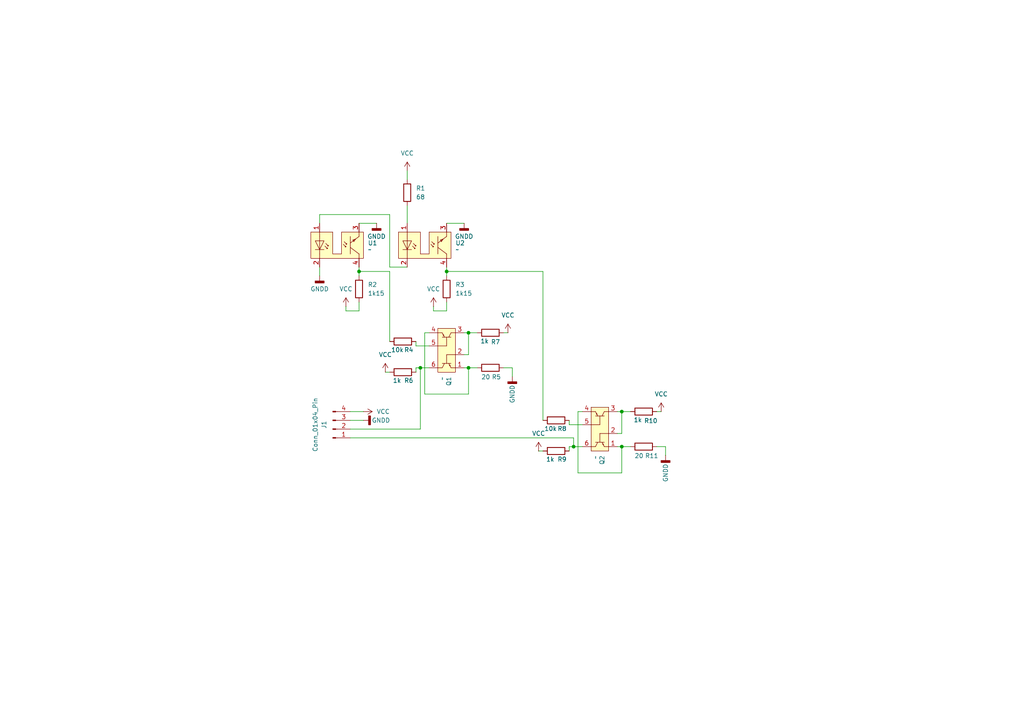
<source format=kicad_sch>
(kicad_sch (version 20250114) (generator "eeschema") (generator_version "9.0")
  (paper "A4")
  (lib_symbols
    (symbol "Connector:Conn_01x04_Pin" (pin_names (offset 1.016) (hide yes))
      (property "Reference" "J" (at 0 5.08 0))
      (property "Value" "Conn_01x04_Pin" (at 0 -7.62 0))
      (symbol "Conn_01x04_Pin_1_1"
        (rectangle (start 0.8636 2.667) (end 0 2.413) (stroke (width 0.1524)) (fill (type outline)))
        (rectangle (start 0.8636 0.127) (end 0 -0.127) (stroke (width 0.1524)) (fill (type outline)))
        (rectangle (start 0.8636 -2.413) (end 0 -2.667) (stroke (width 0.1524)) (fill (type outline)))
        (rectangle (start 0.8636 -4.953) (end 0 -5.207) (stroke (width 0.1524)) (fill (type outline)))
        (polyline (pts (xy 1.27 2.54) (xy 0.8636 2.54)) (stroke (width 0.1524)))
        (polyline (pts (xy 1.27 0) (xy 0.8636 0)) (stroke (width 0.1524)))
        (polyline (pts (xy 1.27 -2.54) (xy 0.8636 -2.54)) (stroke (width 0.1524)))
        (polyline (pts (xy 1.27 -5.08) (xy 0.8636 -5.08)) (stroke (width 0.1524)))
        (pin passive line (at 5.08 2.54 180) (length 3.81) (name "Pin_1") (number "1"))
        (pin passive line (at 5.08 0 180) (length 3.81) (name "Pin_2") (number "2"))
        (pin passive line (at 5.08 -2.54 180) (length 3.81) (name "Pin_3") (number "3"))
        (pin passive line (at 5.08 -5.08 180) (length 3.81) (name "Pin_4") (number "4"))
      )
    )
    (symbol "Device:R" (pin_numbers (hide yes)) (pin_names (offset 0))
      (property "Reference" "R" (at 2.032 0 90))
      (property "Value" "R" (at 0 0 90))
      (symbol "R_0_1"
        (rectangle (start -1.016 -2.54) (end 1.016 2.54) (stroke (width 0.254)))
      )
      (symbol "R_1_1"
        (pin passive line (at 0 3.81 270) (length 1.27) (name "~") (number "1"))
        (pin passive line (at 0 -3.81 90) (length 1.27) (name "~") (number "2"))
      )
    )
    (symbol "External_Parts:MBT3904DW1T1"
      (property "Reference" "Q" (at 8.128 0 0))
      (symbol "MBT3904DW1T1_0_1"
        (polyline (pts (xy -4.572 -1.016) (xy -4.318 -0.762) (xy -4.318 -1.016) (xy -4.572 -1.016)))
        (polyline (pts (xy -3.81 1.27) (xy -3.81 -1.27)))
        (polyline (pts (xy -3.81 0.635) (xy -5.08 1.27)))
        (polyline (pts (xy -3.81 0) (xy -1.27 0)))
        (polyline (pts (xy -3.81 -0.635) (xy -5.08 -1.27)))
        (polyline (pts (xy 3.81 1.27) (xy 3.81 -1.27)))
        (polyline (pts (xy 3.81 0.635) (xy 5.08 1.27)))
        (polyline (pts (xy 3.81 0) (xy 1.27 0)))
        (polyline (pts (xy 3.81 -0.635) (xy 5.08 -1.27)))
        (polyline (pts (xy 4.572 1.016) (xy 4.318 1.016) (xy 4.318 0.762) (xy 4.572 1.016)))
      )
      (symbol "MBT3904DW1T1_1_1"
        (rectangle (start -6.35 2.54) (end 6.35 -2.54) (fill (type background)))
        (polyline (pts (xy -5.08 1.27) (xy -5.08 2.54)))
        (polyline (pts (xy -5.08 -1.27) (xy -5.08 -2.54)))
        (polyline (pts (xy -1.27 0) (xy -1.27 -2.54)))
        (polyline (pts (xy 1.27 0) (xy 1.27 2.54)))
        (polyline (pts (xy 5.08 1.27) (xy 5.08 2.54)))
        (polyline (pts (xy 5.08 -1.27) (xy 5.08 -2.54)))
        (pin passive line (at -5.08 5.08 270) (length 2.54) (name "") (number "3"))
        (pin passive line (at -5.08 -5.08 90) (length 2.54) (name "") (number "4"))
        (pin passive line (at -1.27 -5.08 90) (length 2.54) (name "") (number "5"))
        (pin passive line (at 1.27 5.08 270) (length 2.54) (name "") (number "2"))
        (pin passive line (at 5.08 5.08 270) (length 2.54) (name "") (number "1"))
        (pin passive line (at 5.08 -5.08 90) (length 2.54) (name "") (number "6"))
      )
    )
    (symbol "External_Parts:TCST1103"
      (property "Reference" "U" (at 8.636 0 0))
      (symbol "TCST1103_0_1"
        (polyline (pts (xy -5.08 2.54) (xy -5.08 -2.54)))
        (polyline (pts (xy -5.08 -1.27) (xy -3.81 -1.27)))
        (polyline (pts (xy -5.08 -1.27) (xy -3.81 1.27) (xy -6.35 1.27) (xy -5.08 -1.27) (xy -6.35 -1.27)))
        (polyline (pts (xy -3.556 -0.254) (xy -2.794 -1.016) (xy -2.794 -0.762) (xy -3.048 -1.016) (xy -2.794 -1.016)))
        (polyline (pts (xy -3.302 0.508) (xy -2.54 -0.254) (xy -2.54 0) (xy -2.794 -0.254) (xy -2.54 -0.254)))
        (polyline (pts (xy 1.778 0.254) (xy 2.54 -0.508) (xy 2.54 -0.254) (xy 2.286 -0.508) (xy 2.54 -0.508)))
        (polyline (pts (xy 2.032 1.016) (xy 2.794 0.254) (xy 2.794 0.508) (xy 2.54 0.254) (xy 2.794 0.254)))
        (polyline (pts (xy 3.81 2.54) (xy 3.81 -2.54)))
        (polyline (pts (xy 3.81 0.635) (xy 6.35 2.54)))
        (polyline (pts (xy 3.81 -0.635) (xy 6.35 -2.54)))
        (polyline (pts (xy 4.826 1.016) (xy 4.572 1.524)))
        (polyline (pts (xy 5.334 1.778) (xy 4.572 1.524)))
        (polyline (pts (xy 5.334 1.778) (xy 4.826 1.016)))
      )
      (symbol "TCST1103_1_1"
        (polyline (pts (xy -7.62 3.81) (xy -1.27 3.81) (xy -1.27 -2.54) (xy 1.27 -2.54) (xy 1.27 3.81) (xy 7.62 3.81) (xy 7.62 -3.81) (xy -7.62 -3.81) (xy -7.62 3.81)) (fill (type background)))
        (polyline (pts (xy -5.08 2.54) (xy -5.08 3.81)))
        (polyline (pts (xy -5.08 -2.54) (xy -5.08 -3.81)))
        (polyline (pts (xy 6.35 2.54) (xy 6.35 3.81)))
        (polyline (pts (xy 6.35 -2.54) (xy 6.35 -3.81)))
        (pin passive line (at -5.08 6.35 270) (length 2.54) (name "") (number "1"))
        (pin passive line (at -5.08 -6.35 90) (length 2.54) (name "") (number "2"))
        (pin passive line (at 6.35 6.35 270) (length 2.54) (name "") (number "3"))
        (pin passive line (at 6.35 -6.35 90) (length 2.54) (name "") (number "4"))
      )
    )
    (symbol "power:GNDD" (power) (pin_numbers (hide yes)) (pin_names (offset 0) (hide yes))
      (property "Value" "GNDD" (at 0 -3.175 0))
      (symbol "GNDD_0_1"
        (rectangle (start -1.27 -1.524) (end 1.27 -2.032) (stroke (width 0.254)) (fill (type outline)))
        (polyline (pts (xy 0 0) (xy 0 -1.524)))
      )
      (symbol "GNDD_1_1"
        (pin power_in line (at 0 0 270) (length 0) (name "~") (number "1"))
      )
    )
    (symbol "power:VCC" (power) (pin_numbers (hide yes)) (pin_names (offset 0) (hide yes))
      (property "Value" "VCC" (at 0 3.556 0))
      (symbol "VCC_0_1"
        (polyline (pts (xy -0.762 1.27) (xy 0 2.54)))
        (polyline (pts (xy 0 2.54) (xy 0.762 1.27)))
        (polyline (pts (xy 0 0) (xy 0 2.54)))
      )
      (symbol "VCC_1_1"
        (pin power_in line (at 0 0 90) (length 0) (name "~") (number "1"))
      )
    )
  )
  (junction (at 166.37 129.54))
  (junction (at 135.89 96.52))
  (junction (at 135.89 106.68))
  (junction (at 129.54 78.74))
  (junction (at 104.14 78.74))
  (junction (at 180.34 119.38))
  (junction (at 180.34 129.54))
  (junction (at 121.92 106.68))
  (wire (pts (xy 146.05 106.68) (xy 148.59 106.68)))
  (wire (pts (xy 180.34 119.38) (xy 180.34 125.73)))
  (wire (pts (xy 179.07 125.73) (xy 180.34 125.73)))
  (wire (pts (xy 120.65 99.06) (xy 120.65 100.33)))
  (wire (pts (xy 129.54 90.17) (xy 125.73 90.17)))
  (wire (pts (xy 101.6 127) (xy 166.37 127)))
  (wire (pts (xy 113.03 99.06) (xy 113.03 78.74)))
  (wire (pts (xy 129.54 78.74) (xy 157.48 78.74)))
  (wire (pts (xy 148.59 106.68) (xy 148.59 109.22)))
  (wire (pts (xy 180.34 119.38) (xy 179.07 119.38)))
  (wire (pts (xy 135.89 96.52) (xy 134.62 96.52)))
  (wire (pts (xy 113.03 77.47) (xy 118.11 77.47)))
  (wire (pts (xy 101.6 124.46) (xy 121.92 124.46)))
  (wire (pts (xy 134.62 102.87) (xy 135.89 102.87)))
  (wire (pts (xy 135.89 96.52) (xy 135.89 102.87)))
  (wire (pts (xy 157.48 121.92) (xy 157.48 78.74)))
  (wire (pts (xy 104.14 90.17) (xy 100.33 90.17)))
  (wire (pts (xy 165.1 121.92) (xy 165.1 123.19)))
  (wire (pts (xy 125.73 90.17) (xy 125.73 88.9)))
  (wire (pts (xy 121.92 106.68) (xy 124.46 106.68)))
  (wire (pts (xy 118.11 59.69) (xy 118.11 64.77)))
  (wire (pts (xy 92.71 77.47) (xy 92.71 80.01)))
  (wire (pts (xy 193.04 129.54) (xy 193.04 132.08)))
  (wire (pts (xy 129.54 78.74) (xy 129.54 77.47)))
  (wire (pts (xy 135.89 106.68) (xy 134.62 106.68)))
  (wire (pts (xy 156.21 130.81) (xy 157.48 130.81)))
  (wire (pts (xy 191.77 119.38) (xy 190.5 119.38)))
  (wire (pts (xy 123.19 114.3) (xy 135.89 114.3)))
  (wire (pts (xy 180.34 129.54) (xy 179.07 129.54)))
  (wire (pts (xy 182.88 119.38) (xy 180.34 119.38)))
  (wire (pts (xy 105.41 121.92) (xy 101.6 121.92)))
  (wire (pts (xy 104.14 64.77) (xy 109.22 64.77)))
  (wire (pts (xy 167.64 119.38) (xy 167.64 137.16)))
  (wire (pts (xy 138.43 96.52) (xy 135.89 96.52)))
  (wire (pts (xy 113.03 62.23) (xy 113.03 77.47)))
  (wire (pts (xy 129.54 78.74) (xy 129.54 80.01)))
  (wire (pts (xy 190.5 129.54) (xy 193.04 129.54)))
  (wire (pts (xy 100.33 90.17) (xy 100.33 88.9)))
  (wire (pts (xy 129.54 87.63) (xy 129.54 90.17)))
  (wire (pts (xy 104.14 87.63) (xy 104.14 90.17)))
  (wire (pts (xy 104.14 78.74) (xy 104.14 80.01)))
  (wire (pts (xy 182.88 129.54) (xy 180.34 129.54)))
  (wire (pts (xy 165.1 130.81) (xy 165.1 129.54)))
  (wire (pts (xy 129.54 64.77) (xy 134.62 64.77)))
  (wire (pts (xy 120.65 100.33) (xy 124.46 100.33)))
  (wire (pts (xy 118.11 49.53) (xy 118.11 52.07)))
  (wire (pts (xy 123.19 96.52) (xy 123.19 114.3)))
  (wire (pts (xy 111.76 107.95) (xy 113.03 107.95)))
  (wire (pts (xy 105.41 119.38) (xy 101.6 119.38)))
  (wire (pts (xy 166.37 129.54) (xy 168.91 129.54)))
  (wire (pts (xy 120.65 107.95) (xy 120.65 106.68)))
  (wire (pts (xy 113.03 78.74) (xy 104.14 78.74)))
  (wire (pts (xy 166.37 127) (xy 166.37 129.54)))
  (wire (pts (xy 147.32 96.52) (xy 146.05 96.52)))
  (wire (pts (xy 168.91 119.38) (xy 167.64 119.38)))
  (wire (pts (xy 121.92 124.46) (xy 121.92 106.68)))
  (wire (pts (xy 135.89 114.3) (xy 135.89 106.68)))
  (wire (pts (xy 165.1 129.54) (xy 166.37 129.54)))
  (wire (pts (xy 104.14 77.47) (xy 104.14 78.74)))
  (wire (pts (xy 124.46 96.52) (xy 123.19 96.52)))
  (wire (pts (xy 180.34 137.16) (xy 180.34 129.54)))
  (wire (pts (xy 120.65 106.68) (xy 121.92 106.68)))
  (wire (pts (xy 92.71 62.23) (xy 113.03 62.23)))
  (wire (pts (xy 138.43 106.68) (xy 135.89 106.68)))
  (wire (pts (xy 167.64 137.16) (xy 180.34 137.16)))
  (wire (pts (xy 92.71 64.77) (xy 92.71 62.23)))
  (wire (pts (xy 165.1 123.19) (xy 168.91 123.19)))
  (symbol (lib_id "Device:R") (at 142.24 96.52 270) (unit 1)
    (property "Reference" "R7" (at 142.367 99.187 90) (effects (justify left)))
    (property "Value" "1k" (at 139.319 98.933 90) (effects (justify left)))
    (property "Footprint" "Resistor_SMD:R_1210_3225Metric_Pad1.30x2.65mm_HandSolder" (effects (hide yes)))
    (property "Description" "Resistor" (effects (hide yes)))
  )
  (symbol (lib_id "power:GNDD") (at 109.22 64.77 0) (unit 1)
    (property "Reference" "#PWR02" (effects (hide yes)))
    (property "Value" "GNDD" (at 109.22 68.58 0))
    (property "Description" "Power symbol creates a global label with name \"GNDD\" , digital ground" (effects (hide yes)))
  )
  (symbol (lib_id "power:GNDD") (at 148.59 109.22 0) (unit 1)
    (property "Reference" "#PWR07" (effects (hide yes)))
    (property "Value" "GNDD" (at 148.59 114.3 90))
    (property "Description" "Power symbol creates a global label with name \"GNDD\" , digital ground" (effects (hide yes)))
  )
  (symbol (lib_id "power:VCC") (at 100.33 88.9 0) (unit 1)
    (property "Reference" "#PWR08" (effects (hide yes)))
    (property "Value" "VCC" (at 100.33 83.82 0))
    (property "Description" "Power symbol creates a global label with name \"VCC\"" (effects (hide yes)))
  )
  (symbol (lib_id "Connector:Conn_01x04_Pin") (at 96.52 124.46 0) (mirror x) (unit 1)
    (property "Reference" "J1" (at 93.98 123.19 90))
    (property "Value" "Conn_01x04_Pin" (at 91.44 123.19 90))
    (property "Footprint" "Connector_Harwin:Harwin_M20-89004xx_1x04_P2.54mm_Horizontal" (effects (hide yes)))
    (property "Description" "Generic connector, single row, 01x04, script generated" (effects (hide yes)))
  )
  (symbol (lib_id "Device:R") (at 118.11 55.88 0) (unit 1)
    (property "Reference" "R1" (at 120.65 54.6099 0) (effects (justify left)))
    (property "Value" "68" (at 120.65 57.1499 0) (effects (justify left)))
    (property "Footprint" "Resistor_SMD:R_1210_3225Metric_Pad1.30x2.65mm_HandSolder" (effects (hide yes)))
    (property "Description" "Resistor" (effects (hide yes)))
  )
  (symbol (lib_id "Device:R") (at 186.69 129.54 270) (unit 1)
    (property "Reference" "R11" (at 187.071 132.207 90) (effects (justify left)))
    (property "Value" "20" (at 184.023 132.207 90) (effects (justify left)))
    (property "Footprint" "Resistor_SMD:R_1210_3225Metric_Pad1.30x2.65mm_HandSolder" (effects (hide yes)))
    (property "Description" "Resistor" (effects (hide yes)))
  )
  (symbol (lib_id "power:GNDD") (at 105.41 121.92 90) (unit 1)
    (property "Reference" "#PWR06" (effects (hide yes)))
    (property "Value" "GNDD" (at 110.49 121.92 90))
    (property "Description" "Power symbol creates a global label with name \"GNDD\" , digital ground" (effects (hide yes)))
  )
  (symbol (lib_id "power:VCC") (at 118.11 49.53 0) (unit 1)
    (property "Reference" "#PWR014" (effects (hide yes)))
    (property "Value" "VCC" (at 118.11 44.45 0))
    (property "Description" "Power symbol creates a global label with name \"VCC\"" (effects (hide yes)))
  )
  (symbol (lib_id "Device:R") (at 116.84 99.06 270) (unit 1)
    (property "Reference" "R4" (at 117.221 101.473 90) (effects (justify left)))
    (property "Value" "10k" (at 113.411 101.473 90) (effects (justify left)))
    (property "Footprint" "Resistor_SMD:R_1210_3225Metric_Pad1.30x2.65mm_HandSolder" (effects (hide yes)))
    (property "Description" "Resistor" (effects (hide yes)))
  )
  (symbol (lib_id "External_Parts:TCST1103") (at 97.79 71.12 0) (unit 1)
    (property "Reference" "U1" (at 106.68 70.4849 0) (effects (justify left)))
    (property "Value" "~" (at 106.68 72.39 0) (effects (justify left)))
    (property "Footprint" "External_Parts:OPTO-THT-TCST1103" (effects (hide yes)))
  )
  (symbol (lib_id "Device:R") (at 161.29 130.81 270) (unit 1)
    (property "Reference" "R9" (at 161.671 133.223 90) (effects (justify left)))
    (property "Value" "1k" (at 158.369 133.223 90) (effects (justify left)))
    (property "Footprint" "Resistor_SMD:R_1210_3225Metric_Pad1.30x2.65mm_HandSolder" (effects (hide yes)))
    (property "Description" "Resistor" (effects (hide yes)))
  )
  (symbol (lib_id "External_Parts:MBT3904DW1T1") (at 173.99 124.46 270) (unit 1)
    (property "Reference" "Q2" (at 174.6251 132.08 0) (effects (justify left)))
    (property "Value" "~" (at 172.72 132.08 0) (effects (justify left)))
    (property "Footprint" "Package_TO_SOT_SMD:SOT-363_SC-70-6" (effects (hide yes)))
  )
  (symbol (lib_id "power:VCC") (at 147.32 96.52 0) (unit 1)
    (property "Reference" "#PWR09" (effects (hide yes)))
    (property "Value" "VCC" (at 147.32 91.44 0))
    (property "Description" "Power symbol creates a global label with name \"VCC\"" (effects (hide yes)))
  )
  (symbol (lib_id "power:GNDD") (at 193.04 132.08 0) (unit 1)
    (property "Reference" "#PWR013" (effects (hide yes)))
    (property "Value" "GNDD" (at 193.04 137.16 90))
    (property "Description" "Power symbol creates a global label with name \"GNDD\" , digital ground" (effects (hide yes)))
  )
  (symbol (lib_id "power:VCC") (at 105.41 119.38 270) (unit 1)
    (property "Reference" "#PWR04" (effects (hide yes)))
    (property "Value" "VCC" (at 109.22 119.3801 90) (effects (justify left)))
    (property "Description" "Power symbol creates a global label with name \"VCC\"" (effects (hide yes)))
  )
  (symbol (lib_id "Device:R") (at 142.24 106.68 270) (unit 1)
    (property "Reference" "R5" (at 142.621 109.347 90) (effects (justify left)))
    (property "Value" "20" (at 139.573 109.347 90) (effects (justify left)))
    (property "Footprint" "Resistor_SMD:R_1210_3225Metric_Pad1.30x2.65mm_HandSolder" (effects (hide yes)))
    (property "Description" "Resistor" (effects (hide yes)))
  )
  (symbol (lib_id "Device:R") (at 161.29 121.92 270) (unit 1)
    (property "Reference" "R8" (at 161.671 124.333 90) (effects (justify left)))
    (property "Value" "10k" (at 157.861 124.333 90) (effects (justify left)))
    (property "Footprint" "Resistor_SMD:R_1210_3225Metric_Pad1.30x2.65mm_HandSolder" (effects (hide yes)))
    (property "Description" "Resistor" (effects (hide yes)))
  )
  (symbol (lib_id "Device:R") (at 129.54 83.82 0) (unit 1)
    (property "Reference" "R3" (at 132.08 82.5499 0) (effects (justify left)))
    (property "Value" "1k15" (at 132.08 85.0899 0) (effects (justify left)))
    (property "Footprint" "Resistor_SMD:R_1210_3225Metric_Pad1.30x2.65mm_HandSolder" (effects (hide yes)))
    (property "Description" "Resistor" (effects (hide yes)))
  )
  (symbol (lib_id "power:VCC") (at 111.76 107.95 0) (unit 1)
    (property "Reference" "#PWR010" (effects (hide yes)))
    (property "Value" "VCC" (at 111.76 102.87 0))
    (property "Description" "Power symbol creates a global label with name \"VCC\"" (effects (hide yes)))
  )
  (symbol (lib_id "power:GNDD") (at 134.62 64.77 0) (unit 1)
    (property "Reference" "#PWR01" (effects (hide yes)))
    (property "Value" "GNDD" (at 134.62 68.58 0))
    (property "Description" "Power symbol creates a global label with name \"GNDD\" , digital ground" (effects (hide yes)))
  )
  (symbol (lib_id "power:VCC") (at 125.73 88.9 0) (unit 1)
    (property "Reference" "#PWR05" (effects (hide yes)))
    (property "Value" "VCC" (at 125.73 83.82 0))
    (property "Description" "Power symbol creates a global label with name \"VCC\"" (effects (hide yes)))
  )
  (symbol (lib_id "power:VCC") (at 191.77 119.38 0) (unit 1)
    (property "Reference" "#PWR012" (effects (hide yes)))
    (property "Value" "VCC" (at 191.77 114.3 0))
    (property "Description" "Power symbol creates a global label with name \"VCC\"" (effects (hide yes)))
  )
  (symbol (lib_id "Device:R") (at 104.14 83.82 0) (unit 1)
    (property "Reference" "R2" (at 106.68 82.5499 0) (effects (justify left)))
    (property "Value" "1k15" (at 106.68 85.0899 0) (effects (justify left)))
    (property "Footprint" "Resistor_SMD:R_1210_3225Metric_Pad1.30x2.65mm_HandSolder" (effects (hide yes)))
    (property "Description" "Resistor" (effects (hide yes)))
  )
  (symbol (lib_id "Device:R") (at 186.69 119.38 270) (unit 1)
    (property "Reference" "R10" (at 186.817 122.047 90) (effects (justify left)))
    (property "Value" "1k" (at 183.769 121.793 90) (effects (justify left)))
    (property "Footprint" "Resistor_SMD:R_1210_3225Metric_Pad1.30x2.65mm_HandSolder" (effects (hide yes)))
    (property "Description" "Resistor" (effects (hide yes)))
  )
  (symbol (lib_id "power:VCC") (at 156.21 130.81 0) (unit 1)
    (property "Reference" "#PWR011" (effects (hide yes)))
    (property "Value" "VCC" (at 156.21 125.73 0))
    (property "Description" "Power symbol creates a global label with name \"VCC\"" (effects (hide yes)))
  )
  (symbol (lib_id "External_Parts:TCST1103") (at 123.19 71.12 0) (unit 1)
    (property "Reference" "U2" (at 132.08 70.4849 0) (effects (justify left)))
    (property "Value" "~" (at 132.08 72.39 0) (effects (justify left)))
    (property "Footprint" "External_Parts:OPTO-THT-TCST1103" (effects (hide yes)))
  )
  (symbol (lib_id "Device:R") (at 116.84 107.95 270) (unit 1)
    (property "Reference" "R6" (at 117.221 110.363 90) (effects (justify left)))
    (property "Value" "1k" (at 113.919 110.363 90) (effects (justify left)))
    (property "Footprint" "Resistor_SMD:R_1210_3225Metric_Pad1.30x2.65mm_HandSolder" (effects (hide yes)))
    (property "Description" "Resistor" (effects (hide yes)))
  )
  (symbol (lib_id "power:GNDD") (at 92.71 80.01 0) (unit 1)
    (property "Reference" "#PWR03" (effects (hide yes)))
    (property "Value" "GNDD" (at 92.71 83.82 0))
    (property "Description" "Power symbol creates a global label with name \"GNDD\" , digital ground" (effects (hide yes)))
  )
  (symbol (lib_id "External_Parts:MBT3904DW1T1") (at 129.54 101.6 270) (unit 1)
    (property "Reference" "Q1" (at 130.1751 109.22 0) (effects (justify left)))
    (property "Value" "~" (at 128.27 109.22 0) (effects (justify left)))
    (property "Footprint" "Package_TO_SOT_SMD:SOT-363_SC-70-6" (effects (hide yes)))
  )
)
</source>
